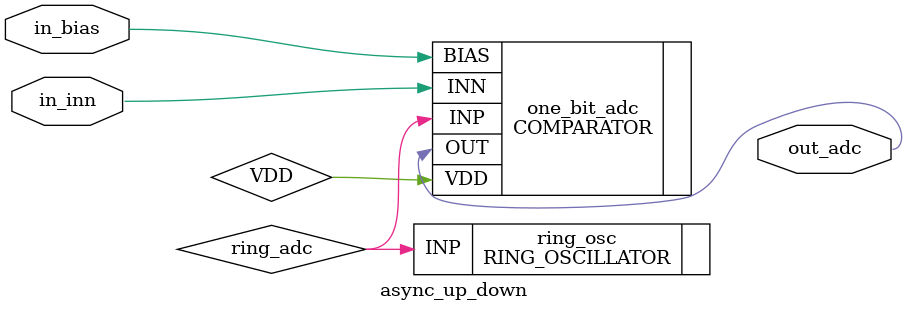
<source format=v>
module async_up_down (in_bias,
    in_inn,
    out_adc);
 input in_bias;
 input in_inn;
 output out_adc;

 wire ring_adc;

 COMPARATOR one_bit_adc (.OUT(out_adc),
    .BIAS(in_bias),
    .INN(in_inn),
    .INP(ring_adc),
    .VDD(VDD));
 RING_OSCILLATOR ring_osc (.INP(ring_adc));
 sky130_fd_sc_hd__decap_4 PHY_0 ();
 sky130_fd_sc_hd__decap_4 PHY_1 ();
 sky130_fd_sc_hd__decap_4 PHY_2 ();
 sky130_fd_sc_hd__decap_4 PHY_3 ();
 sky130_fd_sc_hd__decap_4 PHY_4 ();
 sky130_fd_sc_hd__decap_4 PHY_5 ();
 sky130_fd_sc_hd__decap_4 PHY_6 ();
 sky130_fd_sc_hd__decap_4 PHY_7 ();
 sky130_fd_sc_hd__decap_4 PHY_8 ();
 sky130_fd_sc_hd__decap_4 PHY_9 ();
 sky130_fd_sc_hd__decap_4 PHY_10 ();
 sky130_fd_sc_hd__decap_4 PHY_11 ();
 sky130_fd_sc_hd__decap_4 PHY_12 ();
 sky130_fd_sc_hd__decap_4 PHY_13 ();
 sky130_fd_sc_hd__decap_4 PHY_14 ();
 sky130_fd_sc_hd__decap_4 PHY_15 ();
 sky130_fd_sc_hd__decap_4 PHY_16 ();
 sky130_fd_sc_hd__decap_4 PHY_17 ();
 sky130_fd_sc_hd__decap_4 PHY_18 ();
 sky130_fd_sc_hd__decap_4 PHY_19 ();
 sky130_fd_sc_hd__decap_4 PHY_20 ();
 sky130_fd_sc_hd__decap_4 PHY_21 ();
 sky130_fd_sc_hd__decap_4 PHY_22 ();
 sky130_fd_sc_hd__decap_4 PHY_23 ();
 sky130_fd_sc_hd__decap_4 PHY_24 ();
 sky130_fd_sc_hd__decap_4 PHY_25 ();
 sky130_fd_sc_hd__decap_4 PHY_26 ();
 sky130_fd_sc_hd__decap_4 PHY_27 ();
 sky130_fd_sc_hd__decap_4 PHY_28 ();
 sky130_fd_sc_hd__decap_4 PHY_29 ();
 sky130_fd_sc_hd__decap_4 PHY_30 ();
 sky130_fd_sc_hd__decap_4 PHY_31 ();
 sky130_fd_sc_hd__decap_4 PHY_32 ();
 sky130_fd_sc_hd__decap_4 PHY_33 ();
 sky130_fd_sc_hd__decap_4 PHY_34 ();
 sky130_fd_sc_hd__decap_4 PHY_35 ();
 sky130_fd_sc_hd__decap_4 PHY_36 ();
 sky130_fd_sc_hd__decap_4 PHY_37 ();
 sky130_fd_sc_hd__decap_4 PHY_38 ();
 sky130_fd_sc_hd__decap_4 PHY_39 ();
 sky130_fd_sc_hd__decap_4 PHY_40 ();
 sky130_fd_sc_hd__decap_4 PHY_41 ();
 sky130_fd_sc_hd__decap_4 PHY_42 ();
 sky130_fd_sc_hd__decap_4 PHY_43 ();
 sky130_fd_sc_hd__decap_4 PHY_44 ();
 sky130_fd_sc_hd__decap_4 PHY_45 ();
 sky130_fd_sc_hd__decap_4 PHY_46 ();
 sky130_fd_sc_hd__decap_4 PHY_47 ();
 sky130_fd_sc_hd__decap_4 PHY_48 ();
 sky130_fd_sc_hd__decap_4 PHY_49 ();
 sky130_fd_sc_hd__decap_4 PHY_50 ();
 sky130_fd_sc_hd__decap_4 PHY_51 ();
 sky130_fd_sc_hd__decap_4 PHY_52 ();
 sky130_fd_sc_hd__decap_4 PHY_53 ();
 sky130_fd_sc_hd__tapvpwrvgnd_1 TAP_54 ();
 sky130_fd_sc_hd__tapvpwrvgnd_1 TAP_55 ();
 sky130_fd_sc_hd__tapvpwrvgnd_1 TAP_56 ();
 sky130_fd_sc_hd__tapvpwrvgnd_1 TAP_57 ();
 sky130_fd_sc_hd__tapvpwrvgnd_1 TAP_58 ();
 sky130_fd_sc_hd__tapvpwrvgnd_1 TAP_59 ();
 sky130_fd_sc_hd__tapvpwrvgnd_1 TAP_60 ();
 sky130_fd_sc_hd__tapvpwrvgnd_1 TAP_61 ();
 sky130_fd_sc_hd__tapvpwrvgnd_1 TAP_62 ();
 sky130_fd_sc_hd__tapvpwrvgnd_1 TAP_63 ();
 sky130_fd_sc_hd__tapvpwrvgnd_1 TAP_64 ();
 sky130_fd_sc_hd__tapvpwrvgnd_1 TAP_65 ();
 sky130_fd_sc_hd__tapvpwrvgnd_1 TAP_66 ();
 sky130_fd_sc_hd__tapvpwrvgnd_1 TAP_67 ();
 sky130_fd_sc_hd__tapvpwrvgnd_1 TAP_68 ();
 sky130_fd_sc_hd__tapvpwrvgnd_1 TAP_69 ();
 sky130_fd_sc_hd__tapvpwrvgnd_1 TAP_70 ();
 sky130_fd_sc_hd__tapvpwrvgnd_1 TAP_71 ();
 sky130_fd_sc_hd__tapvpwrvgnd_1 TAP_72 ();
 sky130_fd_sc_hd__tapvpwrvgnd_1 TAP_73 ();
 sky130_fd_sc_hd__tapvpwrvgnd_1 TAP_74 ();
 sky130_fd_sc_hd__tapvpwrvgnd_1 TAP_75 ();
 sky130_fd_sc_hd__tapvpwrvgnd_1 TAP_76 ();
 sky130_fd_sc_hd__tapvpwrvgnd_1 TAP_77 ();
 sky130_fd_sc_hd__tapvpwrvgnd_1 TAP_78 ();
 sky130_fd_sc_hd__tapvpwrvgnd_1 TAP_79 ();
 sky130_fd_sc_hd__tapvpwrvgnd_1 TAP_80 ();
 sky130_fd_sc_hd__tapvpwrvgnd_1 TAP_81 ();
 sky130_fd_sc_hd__tapvpwrvgnd_1 TAP_82 ();
 sky130_fd_sc_hd__tapvpwrvgnd_1 TAP_83 ();
 sky130_fd_sc_hd__tapvpwrvgnd_1 TAP_84 ();
 sky130_fd_sc_hd__tapvpwrvgnd_1 TAP_85 ();
 sky130_fd_sc_hd__tapvpwrvgnd_1 TAP_86 ();
 sky130_fd_sc_hd__tapvpwrvgnd_1 TAP_87 ();
 sky130_fd_sc_hd__tapvpwrvgnd_1 TAP_88 ();
 sky130_fd_sc_hd__tapvpwrvgnd_1 TAP_89 ();
 sky130_fd_sc_hd__tapvpwrvgnd_1 TAP_90 ();
 sky130_fd_sc_hd__tapvpwrvgnd_1 TAP_91 ();
 sky130_fd_sc_hd__tapvpwrvgnd_1 TAP_92 ();
 sky130_fd_sc_hd__tapvpwrvgnd_1 TAP_93 ();
 sky130_fd_sc_hd__tapvpwrvgnd_1 TAP_94 ();
 sky130_fd_sc_hd__tapvpwrvgnd_1 TAP_95 ();
 sky130_fd_sc_hd__tapvpwrvgnd_1 TAP_96 ();
 sky130_fd_sc_hd__tapvpwrvgnd_1 TAP_97 ();
 sky130_fd_sc_hd__tapvpwrvgnd_1 TAP_98 ();
 sky130_fd_sc_hd__fill_8 FILLER_0_4 ();
 sky130_fd_sc_hd__fill_8 FILLER_0_12 ();
 sky130_fd_sc_hd__fill_8 FILLER_0_20 ();
 sky130_fd_sc_hd__fill_2 FILLER_0_28 ();
 sky130_fd_sc_hd__fill_8 FILLER_0_31 ();
 sky130_fd_sc_hd__fill_8 FILLER_0_39 ();
 sky130_fd_sc_hd__fill_8 FILLER_0_47 ();
 sky130_fd_sc_hd__fill_4 FILLER_0_55 ();
 sky130_fd_sc_hd__fill_1 FILLER_0_59 ();
 sky130_fd_sc_hd__fill_8 FILLER_0_61 ();
 sky130_fd_sc_hd__fill_8 FILLER_0_69 ();
 sky130_fd_sc_hd__fill_8 FILLER_0_77 ();
 sky130_fd_sc_hd__fill_4 FILLER_0_85 ();
 sky130_fd_sc_hd__fill_1 FILLER_0_89 ();
 sky130_fd_sc_hd__fill_8 FILLER_0_91 ();
 sky130_fd_sc_hd__fill_8 FILLER_0_99 ();
 sky130_fd_sc_hd__fill_8 FILLER_0_107 ();
 sky130_fd_sc_hd__fill_4 FILLER_0_115 ();
 sky130_fd_sc_hd__fill_1 FILLER_0_119 ();
 sky130_fd_sc_hd__fill_8 FILLER_0_121 ();
 sky130_fd_sc_hd__fill_8 FILLER_0_129 ();
 sky130_fd_sc_hd__fill_8 FILLER_0_137 ();
 sky130_fd_sc_hd__fill_4 FILLER_0_145 ();
 sky130_fd_sc_hd__fill_1 FILLER_0_149 ();
 sky130_fd_sc_hd__fill_8 FILLER_0_151 ();
 sky130_fd_sc_hd__fill_8 FILLER_0_159 ();
 sky130_fd_sc_hd__fill_8 FILLER_0_167 ();
 sky130_fd_sc_hd__fill_4 FILLER_0_175 ();
 sky130_fd_sc_hd__fill_1 FILLER_0_179 ();
 sky130_fd_sc_hd__fill_8 FILLER_1_4 ();
 sky130_fd_sc_hd__fill_8 FILLER_1_12 ();
 sky130_fd_sc_hd__fill_8 FILLER_1_20 ();
 sky130_fd_sc_hd__fill_8 FILLER_1_28 ();
 sky130_fd_sc_hd__fill_8 FILLER_1_36 ();
 sky130_fd_sc_hd__fill_8 FILLER_1_44 ();
 sky130_fd_sc_hd__fill_8 FILLER_1_52 ();
 sky130_fd_sc_hd__fill_8 FILLER_1_61 ();
 sky130_fd_sc_hd__fill_8 FILLER_1_69 ();
 sky130_fd_sc_hd__fill_8 FILLER_1_77 ();
 sky130_fd_sc_hd__fill_8 FILLER_1_85 ();
 sky130_fd_sc_hd__fill_8 FILLER_1_93 ();
 sky130_fd_sc_hd__fill_8 FILLER_1_101 ();
 sky130_fd_sc_hd__fill_8 FILLER_1_109 ();
 sky130_fd_sc_hd__fill_2 FILLER_1_117 ();
 sky130_fd_sc_hd__fill_1 FILLER_1_119 ();
 sky130_fd_sc_hd__fill_8 FILLER_1_121 ();
 sky130_fd_sc_hd__fill_8 FILLER_1_129 ();
 sky130_fd_sc_hd__fill_8 FILLER_1_137 ();
 sky130_fd_sc_hd__fill_8 FILLER_1_145 ();
 sky130_fd_sc_hd__fill_8 FILLER_1_153 ();
 sky130_fd_sc_hd__fill_8 FILLER_1_161 ();
 sky130_fd_sc_hd__fill_8 FILLER_1_169 ();
 sky130_fd_sc_hd__fill_2 FILLER_1_177 ();
 sky130_fd_sc_hd__fill_1 FILLER_1_179 ();
 sky130_fd_sc_hd__fill_8 FILLER_2_4 ();
 sky130_fd_sc_hd__fill_8 FILLER_2_12 ();
 sky130_fd_sc_hd__fill_8 FILLER_2_20 ();
 sky130_fd_sc_hd__fill_2 FILLER_2_28 ();
 sky130_fd_sc_hd__fill_8 FILLER_2_31 ();
 sky130_fd_sc_hd__fill_8 FILLER_2_39 ();
 sky130_fd_sc_hd__fill_8 FILLER_2_47 ();
 sky130_fd_sc_hd__fill_8 FILLER_2_55 ();
 sky130_fd_sc_hd__fill_8 FILLER_2_63 ();
 sky130_fd_sc_hd__fill_8 FILLER_2_71 ();
 sky130_fd_sc_hd__fill_8 FILLER_2_79 ();
 sky130_fd_sc_hd__fill_2 FILLER_2_87 ();
 sky130_fd_sc_hd__fill_1 FILLER_2_89 ();
 sky130_fd_sc_hd__fill_8 FILLER_2_91 ();
 sky130_fd_sc_hd__fill_8 FILLER_2_99 ();
 sky130_fd_sc_hd__fill_8 FILLER_2_107 ();
 sky130_fd_sc_hd__fill_8 FILLER_2_115 ();
 sky130_fd_sc_hd__fill_8 FILLER_2_123 ();
 sky130_fd_sc_hd__fill_8 FILLER_2_131 ();
 sky130_fd_sc_hd__fill_8 FILLER_2_139 ();
 sky130_fd_sc_hd__fill_2 FILLER_2_147 ();
 sky130_fd_sc_hd__fill_1 FILLER_2_149 ();
 sky130_fd_sc_hd__fill_8 FILLER_2_151 ();
 sky130_fd_sc_hd__fill_8 FILLER_2_159 ();
 sky130_fd_sc_hd__fill_8 FILLER_2_167 ();
 sky130_fd_sc_hd__fill_4 FILLER_2_175 ();
 sky130_fd_sc_hd__fill_1 FILLER_2_179 ();
 sky130_fd_sc_hd__fill_8 FILLER_3_4 ();
 sky130_fd_sc_hd__fill_8 FILLER_3_12 ();
 sky130_fd_sc_hd__fill_8 FILLER_3_20 ();
 sky130_fd_sc_hd__fill_2 FILLER_3_28 ();
 sky130_fd_sc_hd__fill_8 FILLER_3_31 ();
 sky130_fd_sc_hd__fill_8 FILLER_3_39 ();
 sky130_fd_sc_hd__fill_8 FILLER_3_47 ();
 sky130_fd_sc_hd__fill_4 FILLER_3_55 ();
 sky130_fd_sc_hd__fill_1 FILLER_3_59 ();
 sky130_fd_sc_hd__fill_8 FILLER_3_61 ();
 sky130_fd_sc_hd__fill_8 FILLER_3_69 ();
 sky130_fd_sc_hd__fill_8 FILLER_3_77 ();
 sky130_fd_sc_hd__fill_4 FILLER_3_85 ();
 sky130_fd_sc_hd__fill_1 FILLER_3_89 ();
 sky130_fd_sc_hd__fill_8 FILLER_3_91 ();
 sky130_fd_sc_hd__fill_8 FILLER_3_99 ();
 sky130_fd_sc_hd__fill_8 FILLER_3_107 ();
 sky130_fd_sc_hd__fill_4 FILLER_3_115 ();
 sky130_fd_sc_hd__fill_1 FILLER_3_119 ();
 sky130_fd_sc_hd__fill_8 FILLER_3_121 ();
 sky130_fd_sc_hd__fill_8 FILLER_3_129 ();
 sky130_fd_sc_hd__fill_8 FILLER_3_137 ();
 sky130_fd_sc_hd__fill_4 FILLER_3_145 ();
 sky130_fd_sc_hd__fill_1 FILLER_3_149 ();
 sky130_fd_sc_hd__fill_8 FILLER_3_151 ();
 sky130_fd_sc_hd__fill_8 FILLER_3_159 ();
 sky130_fd_sc_hd__fill_8 FILLER_3_167 ();
 sky130_fd_sc_hd__fill_4 FILLER_3_175 ();
 sky130_fd_sc_hd__fill_1 FILLER_3_179 ();
 sky130_fd_sc_hd__fill_8 FILLER_4_4 ();
 sky130_fd_sc_hd__fill_8 FILLER_4_12 ();
 sky130_fd_sc_hd__fill_8 FILLER_4_20 ();
 sky130_fd_sc_hd__fill_2 FILLER_4_28 ();
 sky130_fd_sc_hd__fill_2 FILLER_4_31 ();
 sky130_fd_sc_hd__fill_8 FILLER_4_127 ();
 sky130_fd_sc_hd__fill_8 FILLER_4_135 ();
 sky130_fd_sc_hd__fill_8 FILLER_4_143 ();
 sky130_fd_sc_hd__fill_2 FILLER_4_151 ();
 sky130_fd_sc_hd__fill_8 FILLER_4_154 ();
 sky130_fd_sc_hd__fill_8 FILLER_4_162 ();
 sky130_fd_sc_hd__fill_8 FILLER_4_170 ();
 sky130_fd_sc_hd__fill_2 FILLER_4_178 ();
 sky130_fd_sc_hd__fill_8 FILLER_5_4 ();
 sky130_fd_sc_hd__fill_8 FILLER_5_12 ();
 sky130_fd_sc_hd__fill_8 FILLER_5_20 ();
 sky130_fd_sc_hd__fill_4 FILLER_5_28 ();
 sky130_fd_sc_hd__fill_1 FILLER_5_32 ();
 sky130_fd_sc_hd__fill_8 FILLER_5_127 ();
 sky130_fd_sc_hd__fill_8 FILLER_5_135 ();
 sky130_fd_sc_hd__fill_8 FILLER_5_143 ();
 sky130_fd_sc_hd__fill_8 FILLER_5_151 ();
 sky130_fd_sc_hd__fill_8 FILLER_5_159 ();
 sky130_fd_sc_hd__fill_8 FILLER_5_167 ();
 sky130_fd_sc_hd__fill_4 FILLER_5_175 ();
 sky130_fd_sc_hd__fill_1 FILLER_5_179 ();
 sky130_fd_sc_hd__fill_8 FILLER_6_4 ();
 sky130_fd_sc_hd__fill_8 FILLER_6_12 ();
 sky130_fd_sc_hd__fill_8 FILLER_6_20 ();
 sky130_fd_sc_hd__fill_2 FILLER_6_28 ();
 sky130_fd_sc_hd__fill_2 FILLER_6_31 ();
 sky130_fd_sc_hd__fill_8 FILLER_6_127 ();
 sky130_fd_sc_hd__fill_8 FILLER_6_135 ();
 sky130_fd_sc_hd__fill_8 FILLER_6_143 ();
 sky130_fd_sc_hd__fill_2 FILLER_6_151 ();
 sky130_fd_sc_hd__fill_8 FILLER_6_154 ();
 sky130_fd_sc_hd__fill_8 FILLER_6_162 ();
 sky130_fd_sc_hd__fill_8 FILLER_6_170 ();
 sky130_fd_sc_hd__fill_2 FILLER_6_178 ();
 sky130_fd_sc_hd__fill_8 FILLER_7_4 ();
 sky130_fd_sc_hd__fill_8 FILLER_7_12 ();
 sky130_fd_sc_hd__fill_8 FILLER_7_20 ();
 sky130_fd_sc_hd__fill_4 FILLER_7_28 ();
 sky130_fd_sc_hd__fill_1 FILLER_7_32 ();
 sky130_fd_sc_hd__fill_8 FILLER_7_127 ();
 sky130_fd_sc_hd__fill_8 FILLER_7_135 ();
 sky130_fd_sc_hd__fill_8 FILLER_7_143 ();
 sky130_fd_sc_hd__fill_8 FILLER_7_151 ();
 sky130_fd_sc_hd__fill_8 FILLER_7_159 ();
 sky130_fd_sc_hd__fill_8 FILLER_7_167 ();
 sky130_fd_sc_hd__fill_4 FILLER_7_175 ();
 sky130_fd_sc_hd__fill_1 FILLER_7_179 ();
 sky130_fd_sc_hd__fill_8 FILLER_8_4 ();
 sky130_fd_sc_hd__fill_8 FILLER_8_12 ();
 sky130_fd_sc_hd__fill_8 FILLER_8_20 ();
 sky130_fd_sc_hd__fill_2 FILLER_8_28 ();
 sky130_fd_sc_hd__fill_2 FILLER_8_31 ();
 sky130_fd_sc_hd__fill_8 FILLER_8_127 ();
 sky130_fd_sc_hd__fill_8 FILLER_8_135 ();
 sky130_fd_sc_hd__fill_8 FILLER_8_143 ();
 sky130_fd_sc_hd__fill_2 FILLER_8_151 ();
 sky130_fd_sc_hd__fill_8 FILLER_8_154 ();
 sky130_fd_sc_hd__fill_8 FILLER_8_162 ();
 sky130_fd_sc_hd__fill_8 FILLER_8_170 ();
 sky130_fd_sc_hd__fill_2 FILLER_8_178 ();
 sky130_fd_sc_hd__fill_8 FILLER_9_4 ();
 sky130_fd_sc_hd__fill_8 FILLER_9_12 ();
 sky130_fd_sc_hd__fill_8 FILLER_9_20 ();
 sky130_fd_sc_hd__fill_4 FILLER_9_28 ();
 sky130_fd_sc_hd__fill_1 FILLER_9_32 ();
 sky130_fd_sc_hd__fill_8 FILLER_9_127 ();
 sky130_fd_sc_hd__fill_8 FILLER_9_135 ();
 sky130_fd_sc_hd__fill_8 FILLER_9_143 ();
 sky130_fd_sc_hd__fill_8 FILLER_9_151 ();
 sky130_fd_sc_hd__fill_8 FILLER_9_159 ();
 sky130_fd_sc_hd__fill_8 FILLER_9_167 ();
 sky130_fd_sc_hd__fill_4 FILLER_9_175 ();
 sky130_fd_sc_hd__fill_1 FILLER_9_179 ();
 sky130_fd_sc_hd__fill_8 FILLER_10_4 ();
 sky130_fd_sc_hd__fill_8 FILLER_10_12 ();
 sky130_fd_sc_hd__fill_8 FILLER_10_20 ();
 sky130_fd_sc_hd__fill_2 FILLER_10_28 ();
 sky130_fd_sc_hd__fill_2 FILLER_10_31 ();
 sky130_fd_sc_hd__fill_8 FILLER_10_127 ();
 sky130_fd_sc_hd__fill_8 FILLER_10_135 ();
 sky130_fd_sc_hd__fill_8 FILLER_10_143 ();
 sky130_fd_sc_hd__fill_2 FILLER_10_151 ();
 sky130_fd_sc_hd__fill_8 FILLER_10_154 ();
 sky130_fd_sc_hd__fill_8 FILLER_10_162 ();
 sky130_fd_sc_hd__fill_8 FILLER_10_170 ();
 sky130_fd_sc_hd__fill_2 FILLER_10_178 ();
 sky130_fd_sc_hd__fill_8 FILLER_11_4 ();
 sky130_fd_sc_hd__fill_8 FILLER_11_12 ();
 sky130_fd_sc_hd__fill_8 FILLER_11_20 ();
 sky130_fd_sc_hd__fill_4 FILLER_11_28 ();
 sky130_fd_sc_hd__fill_1 FILLER_11_32 ();
 sky130_fd_sc_hd__fill_8 FILLER_11_127 ();
 sky130_fd_sc_hd__fill_8 FILLER_11_135 ();
 sky130_fd_sc_hd__fill_8 FILLER_11_143 ();
 sky130_fd_sc_hd__fill_8 FILLER_11_151 ();
 sky130_fd_sc_hd__fill_8 FILLER_11_159 ();
 sky130_fd_sc_hd__fill_8 FILLER_11_167 ();
 sky130_fd_sc_hd__fill_4 FILLER_11_175 ();
 sky130_fd_sc_hd__fill_1 FILLER_11_179 ();
 sky130_fd_sc_hd__fill_8 FILLER_12_4 ();
 sky130_fd_sc_hd__fill_8 FILLER_12_12 ();
 sky130_fd_sc_hd__fill_8 FILLER_12_20 ();
 sky130_fd_sc_hd__fill_2 FILLER_12_28 ();
 sky130_fd_sc_hd__fill_8 FILLER_12_31 ();
 sky130_fd_sc_hd__fill_8 FILLER_12_39 ();
 sky130_fd_sc_hd__fill_8 FILLER_12_47 ();
 sky130_fd_sc_hd__fill_4 FILLER_12_55 ();
 sky130_fd_sc_hd__fill_1 FILLER_12_59 ();
 sky130_fd_sc_hd__fill_8 FILLER_12_61 ();
 sky130_fd_sc_hd__fill_8 FILLER_12_69 ();
 sky130_fd_sc_hd__fill_8 FILLER_12_77 ();
 sky130_fd_sc_hd__fill_4 FILLER_12_85 ();
 sky130_fd_sc_hd__fill_1 FILLER_12_89 ();
 sky130_fd_sc_hd__fill_8 FILLER_12_91 ();
 sky130_fd_sc_hd__fill_8 FILLER_12_99 ();
 sky130_fd_sc_hd__fill_8 FILLER_12_107 ();
 sky130_fd_sc_hd__fill_4 FILLER_12_115 ();
 sky130_fd_sc_hd__fill_1 FILLER_12_119 ();
 sky130_fd_sc_hd__fill_8 FILLER_12_121 ();
 sky130_fd_sc_hd__fill_8 FILLER_12_129 ();
 sky130_fd_sc_hd__fill_8 FILLER_12_137 ();
 sky130_fd_sc_hd__fill_4 FILLER_12_145 ();
 sky130_fd_sc_hd__fill_1 FILLER_12_149 ();
 sky130_fd_sc_hd__fill_8 FILLER_12_151 ();
 sky130_fd_sc_hd__fill_8 FILLER_12_159 ();
 sky130_fd_sc_hd__fill_8 FILLER_12_167 ();
 sky130_fd_sc_hd__fill_4 FILLER_12_175 ();
 sky130_fd_sc_hd__fill_1 FILLER_12_179 ();
 sky130_fd_sc_hd__fill_8 FILLER_13_4 ();
 sky130_fd_sc_hd__fill_8 FILLER_13_12 ();
 sky130_fd_sc_hd__fill_8 FILLER_13_20 ();
 sky130_fd_sc_hd__fill_8 FILLER_13_28 ();
 sky130_fd_sc_hd__fill_8 FILLER_13_36 ();
 sky130_fd_sc_hd__fill_8 FILLER_13_44 ();
 sky130_fd_sc_hd__fill_8 FILLER_13_52 ();
 sky130_fd_sc_hd__fill_8 FILLER_13_61 ();
 sky130_fd_sc_hd__fill_8 FILLER_13_69 ();
 sky130_fd_sc_hd__fill_8 FILLER_13_77 ();
 sky130_fd_sc_hd__fill_8 FILLER_13_85 ();
 sky130_fd_sc_hd__fill_8 FILLER_13_93 ();
 sky130_fd_sc_hd__fill_8 FILLER_13_101 ();
 sky130_fd_sc_hd__fill_8 FILLER_13_109 ();
 sky130_fd_sc_hd__fill_2 FILLER_13_117 ();
 sky130_fd_sc_hd__fill_1 FILLER_13_119 ();
 sky130_fd_sc_hd__fill_8 FILLER_13_121 ();
 sky130_fd_sc_hd__fill_8 FILLER_13_129 ();
 sky130_fd_sc_hd__fill_8 FILLER_13_137 ();
 sky130_fd_sc_hd__fill_8 FILLER_13_145 ();
 sky130_fd_sc_hd__fill_8 FILLER_13_153 ();
 sky130_fd_sc_hd__fill_8 FILLER_13_161 ();
 sky130_fd_sc_hd__fill_8 FILLER_13_169 ();
 sky130_fd_sc_hd__fill_2 FILLER_13_177 ();
 sky130_fd_sc_hd__fill_1 FILLER_13_179 ();
 sky130_fd_sc_hd__fill_8 FILLER_14_4 ();
 sky130_fd_sc_hd__fill_8 FILLER_14_12 ();
 sky130_fd_sc_hd__fill_8 FILLER_14_20 ();
 sky130_fd_sc_hd__fill_2 FILLER_14_28 ();
 sky130_fd_sc_hd__fill_8 FILLER_14_31 ();
 sky130_fd_sc_hd__fill_8 FILLER_14_39 ();
 sky130_fd_sc_hd__fill_8 FILLER_14_47 ();
 sky130_fd_sc_hd__fill_8 FILLER_14_55 ();
 sky130_fd_sc_hd__fill_8 FILLER_14_63 ();
 sky130_fd_sc_hd__fill_8 FILLER_14_71 ();
 sky130_fd_sc_hd__fill_8 FILLER_14_79 ();
 sky130_fd_sc_hd__fill_2 FILLER_14_87 ();
 sky130_fd_sc_hd__fill_1 FILLER_14_89 ();
 sky130_fd_sc_hd__fill_8 FILLER_14_91 ();
 sky130_fd_sc_hd__fill_8 FILLER_14_99 ();
 sky130_fd_sc_hd__fill_8 FILLER_14_107 ();
 sky130_fd_sc_hd__fill_8 FILLER_14_115 ();
 sky130_fd_sc_hd__fill_8 FILLER_14_123 ();
 sky130_fd_sc_hd__fill_8 FILLER_14_131 ();
 sky130_fd_sc_hd__fill_8 FILLER_14_139 ();
 sky130_fd_sc_hd__fill_2 FILLER_14_147 ();
 sky130_fd_sc_hd__fill_1 FILLER_14_149 ();
 sky130_fd_sc_hd__fill_8 FILLER_14_151 ();
 sky130_fd_sc_hd__fill_8 FILLER_14_159 ();
 sky130_fd_sc_hd__fill_8 FILLER_14_167 ();
 sky130_fd_sc_hd__fill_4 FILLER_14_175 ();
 sky130_fd_sc_hd__fill_1 FILLER_14_179 ();
 sky130_fd_sc_hd__fill_8 FILLER_15_4 ();
 sky130_fd_sc_hd__fill_8 FILLER_15_12 ();
 sky130_fd_sc_hd__fill_8 FILLER_15_20 ();
 sky130_fd_sc_hd__fill_8 FILLER_15_28 ();
 sky130_fd_sc_hd__fill_8 FILLER_15_36 ();
 sky130_fd_sc_hd__fill_8 FILLER_15_44 ();
 sky130_fd_sc_hd__fill_8 FILLER_15_52 ();
 sky130_fd_sc_hd__fill_8 FILLER_15_61 ();
 sky130_fd_sc_hd__fill_8 FILLER_15_69 ();
 sky130_fd_sc_hd__fill_8 FILLER_15_77 ();
 sky130_fd_sc_hd__fill_8 FILLER_15_85 ();
 sky130_fd_sc_hd__fill_8 FILLER_15_93 ();
 sky130_fd_sc_hd__fill_8 FILLER_15_101 ();
 sky130_fd_sc_hd__fill_8 FILLER_15_109 ();
 sky130_fd_sc_hd__fill_2 FILLER_15_117 ();
 sky130_fd_sc_hd__fill_1 FILLER_15_119 ();
 sky130_fd_sc_hd__fill_8 FILLER_15_121 ();
 sky130_fd_sc_hd__fill_8 FILLER_15_129 ();
 sky130_fd_sc_hd__fill_8 FILLER_15_137 ();
 sky130_fd_sc_hd__fill_8 FILLER_15_145 ();
 sky130_fd_sc_hd__fill_8 FILLER_15_153 ();
 sky130_fd_sc_hd__fill_8 FILLER_15_161 ();
 sky130_fd_sc_hd__fill_8 FILLER_15_169 ();
 sky130_fd_sc_hd__fill_2 FILLER_15_177 ();
 sky130_fd_sc_hd__fill_1 FILLER_15_179 ();
 sky130_fd_sc_hd__fill_8 FILLER_16_4 ();
 sky130_fd_sc_hd__fill_8 FILLER_16_12 ();
 sky130_fd_sc_hd__fill_8 FILLER_16_20 ();
 sky130_fd_sc_hd__fill_2 FILLER_16_28 ();
 sky130_fd_sc_hd__fill_8 FILLER_16_31 ();
 sky130_fd_sc_hd__fill_8 FILLER_16_39 ();
 sky130_fd_sc_hd__fill_8 FILLER_16_47 ();
 sky130_fd_sc_hd__fill_8 FILLER_16_55 ();
 sky130_fd_sc_hd__fill_8 FILLER_16_63 ();
 sky130_fd_sc_hd__fill_8 FILLER_16_71 ();
 sky130_fd_sc_hd__fill_8 FILLER_16_79 ();
 sky130_fd_sc_hd__fill_2 FILLER_16_87 ();
 sky130_fd_sc_hd__fill_1 FILLER_16_89 ();
 sky130_fd_sc_hd__fill_8 FILLER_16_91 ();
 sky130_fd_sc_hd__fill_8 FILLER_16_99 ();
 sky130_fd_sc_hd__fill_8 FILLER_16_107 ();
 sky130_fd_sc_hd__fill_8 FILLER_16_115 ();
 sky130_fd_sc_hd__fill_8 FILLER_16_123 ();
 sky130_fd_sc_hd__fill_8 FILLER_16_131 ();
 sky130_fd_sc_hd__fill_8 FILLER_16_139 ();
 sky130_fd_sc_hd__fill_2 FILLER_16_147 ();
 sky130_fd_sc_hd__fill_1 FILLER_16_149 ();
 sky130_fd_sc_hd__fill_8 FILLER_16_151 ();
 sky130_fd_sc_hd__fill_8 FILLER_16_159 ();
 sky130_fd_sc_hd__fill_8 FILLER_16_167 ();
 sky130_fd_sc_hd__fill_4 FILLER_16_175 ();
 sky130_fd_sc_hd__fill_1 FILLER_16_179 ();
 sky130_fd_sc_hd__fill_8 FILLER_17_4 ();
 sky130_fd_sc_hd__fill_8 FILLER_17_12 ();
 sky130_fd_sc_hd__fill_8 FILLER_17_20 ();
 sky130_fd_sc_hd__fill_8 FILLER_17_28 ();
 sky130_fd_sc_hd__fill_8 FILLER_17_36 ();
 sky130_fd_sc_hd__fill_8 FILLER_17_44 ();
 sky130_fd_sc_hd__fill_8 FILLER_17_52 ();
 sky130_fd_sc_hd__fill_8 FILLER_17_61 ();
 sky130_fd_sc_hd__fill_8 FILLER_17_69 ();
 sky130_fd_sc_hd__fill_8 FILLER_17_77 ();
 sky130_fd_sc_hd__fill_8 FILLER_17_85 ();
 sky130_fd_sc_hd__fill_8 FILLER_17_93 ();
 sky130_fd_sc_hd__fill_8 FILLER_17_101 ();
 sky130_fd_sc_hd__fill_8 FILLER_17_109 ();
 sky130_fd_sc_hd__fill_2 FILLER_17_117 ();
 sky130_fd_sc_hd__fill_1 FILLER_17_119 ();
 sky130_fd_sc_hd__fill_8 FILLER_17_121 ();
 sky130_fd_sc_hd__fill_8 FILLER_17_129 ();
 sky130_fd_sc_hd__fill_8 FILLER_17_137 ();
 sky130_fd_sc_hd__fill_8 FILLER_17_145 ();
 sky130_fd_sc_hd__fill_8 FILLER_17_153 ();
 sky130_fd_sc_hd__fill_8 FILLER_17_161 ();
 sky130_fd_sc_hd__fill_8 FILLER_17_169 ();
 sky130_fd_sc_hd__fill_2 FILLER_17_177 ();
 sky130_fd_sc_hd__fill_1 FILLER_17_179 ();
 sky130_fd_sc_hd__fill_8 FILLER_18_4 ();
 sky130_fd_sc_hd__fill_8 FILLER_18_12 ();
 sky130_fd_sc_hd__fill_8 FILLER_18_20 ();
 sky130_fd_sc_hd__fill_2 FILLER_18_28 ();
 sky130_fd_sc_hd__fill_8 FILLER_18_31 ();
 sky130_fd_sc_hd__fill_8 FILLER_18_39 ();
 sky130_fd_sc_hd__fill_8 FILLER_18_47 ();
 sky130_fd_sc_hd__fill_4 FILLER_18_55 ();
 sky130_fd_sc_hd__fill_1 FILLER_18_59 ();
 sky130_fd_sc_hd__fill_8 FILLER_18_61 ();
 sky130_fd_sc_hd__fill_8 FILLER_18_69 ();
 sky130_fd_sc_hd__fill_8 FILLER_18_77 ();
 sky130_fd_sc_hd__fill_4 FILLER_18_85 ();
 sky130_fd_sc_hd__fill_1 FILLER_18_89 ();
 sky130_fd_sc_hd__fill_8 FILLER_18_91 ();
 sky130_fd_sc_hd__fill_8 FILLER_18_99 ();
 sky130_fd_sc_hd__fill_8 FILLER_18_107 ();
 sky130_fd_sc_hd__fill_4 FILLER_18_115 ();
 sky130_fd_sc_hd__fill_1 FILLER_18_119 ();
 sky130_fd_sc_hd__fill_8 FILLER_18_121 ();
 sky130_fd_sc_hd__fill_8 FILLER_18_129 ();
 sky130_fd_sc_hd__fill_8 FILLER_18_137 ();
 sky130_fd_sc_hd__fill_4 FILLER_18_145 ();
 sky130_fd_sc_hd__fill_1 FILLER_18_149 ();
 sky130_fd_sc_hd__fill_8 FILLER_18_151 ();
 sky130_fd_sc_hd__fill_8 FILLER_18_159 ();
 sky130_fd_sc_hd__fill_8 FILLER_18_167 ();
 sky130_fd_sc_hd__fill_4 FILLER_18_175 ();
 sky130_fd_sc_hd__fill_1 FILLER_18_179 ();
endmodule

</source>
